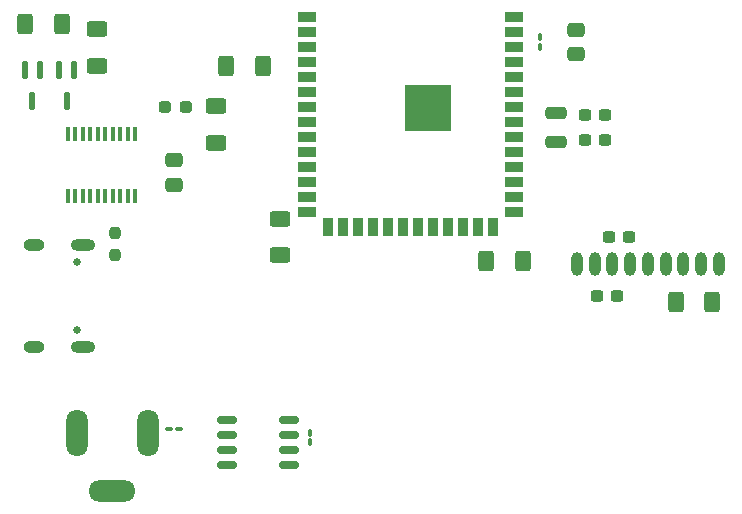
<source format=gbs>
%TF.GenerationSoftware,KiCad,Pcbnew,8.0.6*%
%TF.CreationDate,2024-11-09T23:45:23+09:00*%
%TF.ProjectId,PCB,5043422e-6b69-4636-9164-5f7063625858,rev?*%
%TF.SameCoordinates,Original*%
%TF.FileFunction,Soldermask,Bot*%
%TF.FilePolarity,Negative*%
%FSLAX46Y46*%
G04 Gerber Fmt 4.6, Leading zero omitted, Abs format (unit mm)*
G04 Created by KiCad (PCBNEW 8.0.6) date 2024-11-09 23:45:23*
%MOMM*%
%LPD*%
G01*
G04 APERTURE LIST*
G04 Aperture macros list*
%AMRoundRect*
0 Rectangle with rounded corners*
0 $1 Rounding radius*
0 $2 $3 $4 $5 $6 $7 $8 $9 X,Y pos of 4 corners*
0 Add a 4 corners polygon primitive as box body*
4,1,4,$2,$3,$4,$5,$6,$7,$8,$9,$2,$3,0*
0 Add four circle primitives for the rounded corners*
1,1,$1+$1,$2,$3*
1,1,$1+$1,$4,$5*
1,1,$1+$1,$6,$7*
1,1,$1+$1,$8,$9*
0 Add four rect primitives between the rounded corners*
20,1,$1+$1,$2,$3,$4,$5,0*
20,1,$1+$1,$4,$5,$6,$7,0*
20,1,$1+$1,$6,$7,$8,$9,0*
20,1,$1+$1,$8,$9,$2,$3,0*%
G04 Aperture macros list end*
%ADD10R,1.500000X0.900000*%
%ADD11R,0.900000X1.500000*%
%ADD12C,0.600000*%
%ADD13R,3.900000X3.900000*%
%ADD14O,1.000000X2.000000*%
%ADD15O,1.800000X4.000000*%
%ADD16O,4.000000X1.800000*%
%ADD17C,0.650000*%
%ADD18O,2.100000X1.000000*%
%ADD19O,1.800000X1.000000*%
%ADD20RoundRect,0.100000X-0.100000X0.217500X-0.100000X-0.217500X0.100000X-0.217500X0.100000X0.217500X0*%
%ADD21RoundRect,0.100000X-0.217500X-0.100000X0.217500X-0.100000X0.217500X0.100000X-0.217500X0.100000X0*%
%ADD22RoundRect,0.237500X-0.300000X-0.237500X0.300000X-0.237500X0.300000X0.237500X-0.300000X0.237500X0*%
%ADD23RoundRect,0.250000X0.475000X-0.337500X0.475000X0.337500X-0.475000X0.337500X-0.475000X-0.337500X0*%
%ADD24RoundRect,0.250000X-0.625000X0.400000X-0.625000X-0.400000X0.625000X-0.400000X0.625000X0.400000X0*%
%ADD25RoundRect,0.237500X-0.287500X-0.237500X0.287500X-0.237500X0.287500X0.237500X-0.287500X0.237500X0*%
%ADD26RoundRect,0.237500X0.300000X0.237500X-0.300000X0.237500X-0.300000X-0.237500X0.300000X-0.237500X0*%
%ADD27RoundRect,0.250000X0.625000X-0.400000X0.625000X0.400000X-0.625000X0.400000X-0.625000X-0.400000X0*%
%ADD28RoundRect,0.237500X0.237500X-0.250000X0.237500X0.250000X-0.237500X0.250000X-0.237500X-0.250000X0*%
%ADD29RoundRect,0.250000X0.400000X0.625000X-0.400000X0.625000X-0.400000X-0.625000X0.400000X-0.625000X0*%
%ADD30RoundRect,0.150000X0.675000X0.150000X-0.675000X0.150000X-0.675000X-0.150000X0.675000X-0.150000X0*%
%ADD31RoundRect,0.112500X-0.112500X-0.637500X0.112500X-0.637500X0.112500X0.637500X-0.112500X0.637500X0*%
%ADD32R,0.400000X1.200000*%
%ADD33RoundRect,0.250000X-0.400000X-0.625000X0.400000X-0.625000X0.400000X0.625000X-0.400000X0.625000X0*%
%ADD34RoundRect,0.100000X0.100000X-0.217500X0.100000X0.217500X-0.100000X0.217500X-0.100000X-0.217500X0*%
%ADD35RoundRect,0.250000X0.650000X-0.250000X0.650000X0.250000X-0.650000X0.250000X-0.650000X-0.250000X0*%
G04 APERTURE END LIST*
D10*
%TO.C,U4*%
X134250000Y-71890000D03*
X134250000Y-73160000D03*
X134250000Y-74430000D03*
X134250000Y-75700000D03*
X134250000Y-76970000D03*
X134250000Y-78240000D03*
X134250000Y-79510000D03*
X134250000Y-80780000D03*
X134250000Y-82050000D03*
X134250000Y-83320000D03*
X134250000Y-84590000D03*
X134250000Y-85860000D03*
X134250000Y-87130000D03*
X134250000Y-88400000D03*
D11*
X132485000Y-89650000D03*
X131215000Y-89650000D03*
X129945000Y-89650000D03*
X128675000Y-89650000D03*
X127405000Y-89650000D03*
X126135000Y-89650000D03*
X124865000Y-89650000D03*
X123595000Y-89650000D03*
X122325000Y-89650000D03*
X121055000Y-89650000D03*
X119785000Y-89650000D03*
X118515000Y-89650000D03*
D10*
X116750000Y-88400000D03*
X116750000Y-87130000D03*
X116750000Y-85860000D03*
X116750000Y-84590000D03*
X116750000Y-83320000D03*
X116750000Y-82050000D03*
X116750000Y-80780000D03*
X116750000Y-79510000D03*
X116750000Y-78240000D03*
X116750000Y-76970000D03*
X116750000Y-75700000D03*
X116750000Y-74430000D03*
X116750000Y-73160000D03*
X116750000Y-71890000D03*
D12*
X128400000Y-80310000D03*
X128400000Y-78910000D03*
X127700000Y-81010000D03*
X127700000Y-79610000D03*
X127700000Y-78210000D03*
X127000000Y-80310000D03*
D13*
X127000000Y-79610000D03*
D12*
X127000000Y-78910000D03*
X126300000Y-81010000D03*
X126300000Y-79610000D03*
X126300000Y-78210000D03*
X125600000Y-80310000D03*
X125600000Y-78910000D03*
%TD*%
D14*
%TO.C,U6*%
X139600000Y-92775000D03*
X141100000Y-92775000D03*
X142600000Y-92775000D03*
X144100000Y-92775000D03*
X145600000Y-92775000D03*
X147100000Y-92775000D03*
X148600000Y-92775000D03*
X150100000Y-92775000D03*
X151600000Y-92775000D03*
%TD*%
D15*
%TO.C,J2*%
X103250000Y-107125000D03*
X97250000Y-107125000D03*
D16*
X100200000Y-112025000D03*
%TD*%
D17*
%TO.C,J1*%
X97285000Y-92600000D03*
X97285000Y-98380000D03*
D18*
X97785000Y-91170000D03*
D19*
X93605000Y-91170000D03*
D18*
X97785000Y-99810000D03*
D19*
X93605000Y-99810000D03*
%TD*%
D20*
%TO.C,C2*%
X117000000Y-107092500D03*
X117000000Y-107907500D03*
%TD*%
D21*
%TO.C,C1*%
X105092500Y-106800000D03*
X105907500Y-106800000D03*
%TD*%
D22*
%TO.C,C8*%
X140275000Y-82300000D03*
X142000000Y-82300000D03*
%TD*%
D23*
%TO.C,C4*%
X139500000Y-75037500D03*
X139500000Y-72962500D03*
%TD*%
D24*
%TO.C,R10*%
X114500000Y-88950000D03*
X114500000Y-92050000D03*
%TD*%
D25*
%TO.C,D3*%
X104750000Y-79500000D03*
X106500000Y-79500000D03*
%TD*%
D26*
%TO.C,C9*%
X143000000Y-95500000D03*
X141275000Y-95500000D03*
%TD*%
D27*
%TO.C,R7*%
X99000000Y-76000000D03*
X99000000Y-72900000D03*
%TD*%
D24*
%TO.C,R6*%
X109000000Y-79450000D03*
X109000000Y-82550000D03*
%TD*%
D28*
%TO.C,R2*%
X100500000Y-92000000D03*
X100500000Y-90175000D03*
%TD*%
D29*
%TO.C,R11*%
X135000000Y-92500000D03*
X131900000Y-92500000D03*
%TD*%
%TO.C,R12*%
X151050000Y-96000000D03*
X147950000Y-96000000D03*
%TD*%
D30*
%TO.C,U3*%
X115250000Y-106000000D03*
X115250000Y-107270000D03*
X115250000Y-108540000D03*
X115250000Y-109810000D03*
X110000000Y-109810000D03*
X110000000Y-108540000D03*
X110000000Y-107270000D03*
X110000000Y-106000000D03*
%TD*%
D22*
%TO.C,C10*%
X142275000Y-90500000D03*
X144000000Y-90500000D03*
%TD*%
D23*
%TO.C,C3*%
X105500000Y-86075000D03*
X105500000Y-84000000D03*
%TD*%
D31*
%TO.C,Q2*%
X92850000Y-76340000D03*
X94150000Y-76340000D03*
X93500000Y-79000000D03*
%TD*%
D32*
%TO.C,U2*%
X96500000Y-81800000D03*
X97135000Y-81800000D03*
X97770000Y-81800000D03*
X98405000Y-81800000D03*
X99040000Y-81800000D03*
X99675000Y-81800000D03*
X100310000Y-81800000D03*
X100945000Y-81800000D03*
X101580000Y-81800000D03*
X102215000Y-81800000D03*
X102215000Y-87000000D03*
X101580000Y-87000000D03*
X100945000Y-87000000D03*
X100310000Y-87000000D03*
X99675000Y-87000000D03*
X99040000Y-87000000D03*
X98405000Y-87000000D03*
X97770000Y-87000000D03*
X97135000Y-87000000D03*
X96500000Y-87000000D03*
%TD*%
D33*
%TO.C,R3*%
X109900000Y-76000000D03*
X113000000Y-76000000D03*
%TD*%
D34*
%TO.C,C5*%
X136500000Y-74407500D03*
X136500000Y-73592500D03*
%TD*%
D31*
%TO.C,Q1*%
X95750000Y-76350000D03*
X97050000Y-76350000D03*
X96400000Y-79010000D03*
%TD*%
D22*
%TO.C,C7*%
X140275000Y-80200000D03*
X142000000Y-80200000D03*
%TD*%
D33*
%TO.C,R8*%
X92900000Y-72500000D03*
X96000000Y-72500000D03*
%TD*%
D35*
%TO.C,Y1*%
X137800000Y-82500000D03*
X137800000Y-80000000D03*
%TD*%
M02*

</source>
